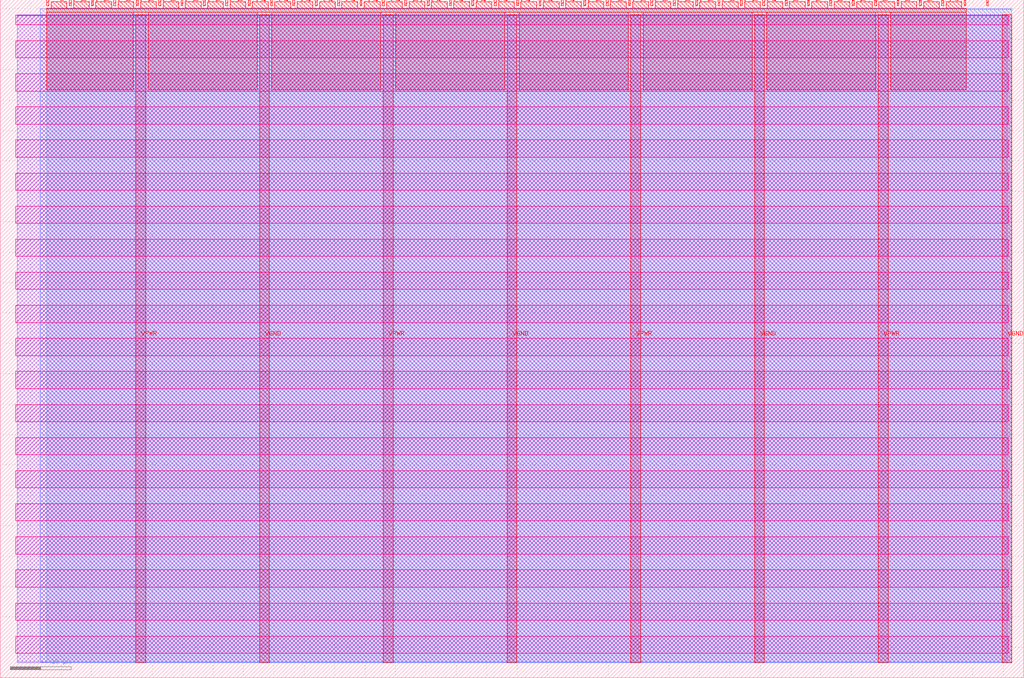
<source format=lef>
VERSION 5.7 ;
  NOWIREEXTENSIONATPIN ON ;
  DIVIDERCHAR "/" ;
  BUSBITCHARS "[]" ;
MACRO tt_um_divider_urielcho
  CLASS BLOCK ;
  FOREIGN tt_um_divider_urielcho ;
  ORIGIN 0.000 0.000 ;
  SIZE 168.360 BY 111.520 ;
  PIN VGND
    DIRECTION INOUT ;
    USE GROUND ;
    PORT
      LAYER met4 ;
        RECT 42.670 2.480 44.270 109.040 ;
    END
    PORT
      LAYER met4 ;
        RECT 83.380 2.480 84.980 109.040 ;
    END
    PORT
      LAYER met4 ;
        RECT 124.090 2.480 125.690 109.040 ;
    END
    PORT
      LAYER met4 ;
        RECT 164.800 2.480 166.400 109.040 ;
    END
  END VGND
  PIN VPWR
    DIRECTION INOUT ;
    USE POWER ;
    PORT
      LAYER met4 ;
        RECT 22.315 2.480 23.915 109.040 ;
    END
    PORT
      LAYER met4 ;
        RECT 63.025 2.480 64.625 109.040 ;
    END
    PORT
      LAYER met4 ;
        RECT 103.735 2.480 105.335 109.040 ;
    END
    PORT
      LAYER met4 ;
        RECT 144.445 2.480 146.045 109.040 ;
    END
  END VPWR
  PIN clk
    DIRECTION INPUT ;
    USE SIGNAL ;
    ANTENNAGATEAREA 0.852000 ;
    PORT
      LAYER met4 ;
        RECT 158.550 110.520 158.850 111.520 ;
    END
  END clk
  PIN ena
    DIRECTION INPUT ;
    USE SIGNAL ;
    PORT
      LAYER met4 ;
        RECT 162.230 110.520 162.530 111.520 ;
    END
  END ena
  PIN rst_n
    DIRECTION INPUT ;
    USE SIGNAL ;
    PORT
      LAYER met4 ;
        RECT 154.870 110.520 155.170 111.520 ;
    END
  END rst_n
  PIN ui_in[0]
    DIRECTION INPUT ;
    USE SIGNAL ;
    PORT
      LAYER met4 ;
        RECT 151.190 110.520 151.490 111.520 ;
    END
  END ui_in[0]
  PIN ui_in[1]
    DIRECTION INPUT ;
    USE SIGNAL ;
    PORT
      LAYER met4 ;
        RECT 147.510 110.520 147.810 111.520 ;
    END
  END ui_in[1]
  PIN ui_in[2]
    DIRECTION INPUT ;
    USE SIGNAL ;
    PORT
      LAYER met4 ;
        RECT 143.830 110.520 144.130 111.520 ;
    END
  END ui_in[2]
  PIN ui_in[3]
    DIRECTION INPUT ;
    USE SIGNAL ;
    PORT
      LAYER met4 ;
        RECT 140.150 110.520 140.450 111.520 ;
    END
  END ui_in[3]
  PIN ui_in[4]
    DIRECTION INPUT ;
    USE SIGNAL ;
    PORT
      LAYER met4 ;
        RECT 136.470 110.520 136.770 111.520 ;
    END
  END ui_in[4]
  PIN ui_in[5]
    DIRECTION INPUT ;
    USE SIGNAL ;
    PORT
      LAYER met4 ;
        RECT 132.790 110.520 133.090 111.520 ;
    END
  END ui_in[5]
  PIN ui_in[6]
    DIRECTION INPUT ;
    USE SIGNAL ;
    PORT
      LAYER met4 ;
        RECT 129.110 110.520 129.410 111.520 ;
    END
  END ui_in[6]
  PIN ui_in[7]
    DIRECTION INPUT ;
    USE SIGNAL ;
    PORT
      LAYER met4 ;
        RECT 125.430 110.520 125.730 111.520 ;
    END
  END ui_in[7]
  PIN uio_in[0]
    DIRECTION INPUT ;
    USE SIGNAL ;
    PORT
      LAYER met4 ;
        RECT 121.750 110.520 122.050 111.520 ;
    END
  END uio_in[0]
  PIN uio_in[1]
    DIRECTION INPUT ;
    USE SIGNAL ;
    PORT
      LAYER met4 ;
        RECT 118.070 110.520 118.370 111.520 ;
    END
  END uio_in[1]
  PIN uio_in[2]
    DIRECTION INPUT ;
    USE SIGNAL ;
    PORT
      LAYER met4 ;
        RECT 114.390 110.520 114.690 111.520 ;
    END
  END uio_in[2]
  PIN uio_in[3]
    DIRECTION INPUT ;
    USE SIGNAL ;
    PORT
      LAYER met4 ;
        RECT 110.710 110.520 111.010 111.520 ;
    END
  END uio_in[3]
  PIN uio_in[4]
    DIRECTION INPUT ;
    USE SIGNAL ;
    PORT
      LAYER met4 ;
        RECT 107.030 110.520 107.330 111.520 ;
    END
  END uio_in[4]
  PIN uio_in[5]
    DIRECTION INPUT ;
    USE SIGNAL ;
    PORT
      LAYER met4 ;
        RECT 103.350 110.520 103.650 111.520 ;
    END
  END uio_in[5]
  PIN uio_in[6]
    DIRECTION INPUT ;
    USE SIGNAL ;
    PORT
      LAYER met4 ;
        RECT 99.670 110.520 99.970 111.520 ;
    END
  END uio_in[6]
  PIN uio_in[7]
    DIRECTION INPUT ;
    USE SIGNAL ;
    PORT
      LAYER met4 ;
        RECT 95.990 110.520 96.290 111.520 ;
    END
  END uio_in[7]
  PIN uio_oe[0]
    DIRECTION OUTPUT TRISTATE ;
    USE SIGNAL ;
    PORT
      LAYER met4 ;
        RECT 33.430 110.520 33.730 111.520 ;
    END
  END uio_oe[0]
  PIN uio_oe[1]
    DIRECTION OUTPUT TRISTATE ;
    USE SIGNAL ;
    PORT
      LAYER met4 ;
        RECT 29.750 110.520 30.050 111.520 ;
    END
  END uio_oe[1]
  PIN uio_oe[2]
    DIRECTION OUTPUT TRISTATE ;
    USE SIGNAL ;
    PORT
      LAYER met4 ;
        RECT 26.070 110.520 26.370 111.520 ;
    END
  END uio_oe[2]
  PIN uio_oe[3]
    DIRECTION OUTPUT TRISTATE ;
    USE SIGNAL ;
    PORT
      LAYER met4 ;
        RECT 22.390 110.520 22.690 111.520 ;
    END
  END uio_oe[3]
  PIN uio_oe[4]
    DIRECTION OUTPUT TRISTATE ;
    USE SIGNAL ;
    PORT
      LAYER met4 ;
        RECT 18.710 110.520 19.010 111.520 ;
    END
  END uio_oe[4]
  PIN uio_oe[5]
    DIRECTION OUTPUT TRISTATE ;
    USE SIGNAL ;
    PORT
      LAYER met4 ;
        RECT 15.030 110.520 15.330 111.520 ;
    END
  END uio_oe[5]
  PIN uio_oe[6]
    DIRECTION OUTPUT TRISTATE ;
    USE SIGNAL ;
    PORT
      LAYER met4 ;
        RECT 11.350 110.520 11.650 111.520 ;
    END
  END uio_oe[6]
  PIN uio_oe[7]
    DIRECTION OUTPUT TRISTATE ;
    USE SIGNAL ;
    PORT
      LAYER met4 ;
        RECT 7.670 110.520 7.970 111.520 ;
    END
  END uio_oe[7]
  PIN uio_out[0]
    DIRECTION OUTPUT TRISTATE ;
    USE SIGNAL ;
    PORT
      LAYER met4 ;
        RECT 62.870 110.520 63.170 111.520 ;
    END
  END uio_out[0]
  PIN uio_out[1]
    DIRECTION OUTPUT TRISTATE ;
    USE SIGNAL ;
    PORT
      LAYER met4 ;
        RECT 59.190 110.520 59.490 111.520 ;
    END
  END uio_out[1]
  PIN uio_out[2]
    DIRECTION OUTPUT TRISTATE ;
    USE SIGNAL ;
    PORT
      LAYER met4 ;
        RECT 55.510 110.520 55.810 111.520 ;
    END
  END uio_out[2]
  PIN uio_out[3]
    DIRECTION OUTPUT TRISTATE ;
    USE SIGNAL ;
    PORT
      LAYER met4 ;
        RECT 51.830 110.520 52.130 111.520 ;
    END
  END uio_out[3]
  PIN uio_out[4]
    DIRECTION OUTPUT TRISTATE ;
    USE SIGNAL ;
    PORT
      LAYER met4 ;
        RECT 48.150 110.520 48.450 111.520 ;
    END
  END uio_out[4]
  PIN uio_out[5]
    DIRECTION OUTPUT TRISTATE ;
    USE SIGNAL ;
    PORT
      LAYER met4 ;
        RECT 44.470 110.520 44.770 111.520 ;
    END
  END uio_out[5]
  PIN uio_out[6]
    DIRECTION OUTPUT TRISTATE ;
    USE SIGNAL ;
    PORT
      LAYER met4 ;
        RECT 40.790 110.520 41.090 111.520 ;
    END
  END uio_out[6]
  PIN uio_out[7]
    DIRECTION OUTPUT TRISTATE ;
    USE SIGNAL ;
    PORT
      LAYER met4 ;
        RECT 37.110 110.520 37.410 111.520 ;
    END
  END uio_out[7]
  PIN uo_out[0]
    DIRECTION OUTPUT TRISTATE ;
    USE SIGNAL ;
    ANTENNADIFFAREA 0.445500 ;
    PORT
      LAYER met4 ;
        RECT 92.310 110.520 92.610 111.520 ;
    END
  END uo_out[0]
  PIN uo_out[1]
    DIRECTION OUTPUT TRISTATE ;
    USE SIGNAL ;
    ANTENNADIFFAREA 0.795200 ;
    PORT
      LAYER met4 ;
        RECT 88.630 110.520 88.930 111.520 ;
    END
  END uo_out[1]
  PIN uo_out[2]
    DIRECTION OUTPUT TRISTATE ;
    USE SIGNAL ;
    ANTENNADIFFAREA 0.445500 ;
    PORT
      LAYER met4 ;
        RECT 84.950 110.520 85.250 111.520 ;
    END
  END uo_out[2]
  PIN uo_out[3]
    DIRECTION OUTPUT TRISTATE ;
    USE SIGNAL ;
    ANTENNADIFFAREA 0.795200 ;
    PORT
      LAYER met4 ;
        RECT 81.270 110.520 81.570 111.520 ;
    END
  END uo_out[3]
  PIN uo_out[4]
    DIRECTION OUTPUT TRISTATE ;
    USE SIGNAL ;
    ANTENNADIFFAREA 0.445500 ;
    PORT
      LAYER met4 ;
        RECT 77.590 110.520 77.890 111.520 ;
    END
  END uo_out[4]
  PIN uo_out[5]
    DIRECTION OUTPUT TRISTATE ;
    USE SIGNAL ;
    ANTENNADIFFAREA 0.445500 ;
    PORT
      LAYER met4 ;
        RECT 73.910 110.520 74.210 111.520 ;
    END
  END uo_out[5]
  PIN uo_out[6]
    DIRECTION OUTPUT TRISTATE ;
    USE SIGNAL ;
    ANTENNADIFFAREA 0.445500 ;
    PORT
      LAYER met4 ;
        RECT 70.230 110.520 70.530 111.520 ;
    END
  END uo_out[6]
  PIN uo_out[7]
    DIRECTION OUTPUT TRISTATE ;
    USE SIGNAL ;
    ANTENNADIFFAREA 0.795200 ;
    PORT
      LAYER met4 ;
        RECT 66.550 110.520 66.850 111.520 ;
    END
  END uo_out[7]
  OBS
      LAYER nwell ;
        RECT 2.570 107.385 165.790 108.990 ;
        RECT 2.570 101.945 165.790 104.775 ;
        RECT 2.570 96.505 165.790 99.335 ;
        RECT 2.570 91.065 165.790 93.895 ;
        RECT 2.570 85.625 165.790 88.455 ;
        RECT 2.570 80.185 165.790 83.015 ;
        RECT 2.570 74.745 165.790 77.575 ;
        RECT 2.570 69.305 165.790 72.135 ;
        RECT 2.570 63.865 165.790 66.695 ;
        RECT 2.570 58.425 165.790 61.255 ;
        RECT 2.570 52.985 165.790 55.815 ;
        RECT 2.570 47.545 165.790 50.375 ;
        RECT 2.570 42.105 165.790 44.935 ;
        RECT 2.570 36.665 165.790 39.495 ;
        RECT 2.570 31.225 165.790 34.055 ;
        RECT 2.570 25.785 165.790 28.615 ;
        RECT 2.570 20.345 165.790 23.175 ;
        RECT 2.570 14.905 165.790 17.735 ;
        RECT 2.570 9.465 165.790 12.295 ;
        RECT 2.570 4.025 165.790 6.855 ;
      LAYER li1 ;
        RECT 2.760 2.635 165.600 108.885 ;
      LAYER met1 ;
        RECT 2.760 2.480 166.400 109.040 ;
      LAYER met2 ;
        RECT 6.540 2.535 166.370 110.005 ;
      LAYER met3 ;
        RECT 7.630 2.555 166.390 109.985 ;
      LAYER met4 ;
        RECT 8.370 110.120 10.950 111.170 ;
        RECT 12.050 110.120 14.630 111.170 ;
        RECT 15.730 110.120 18.310 111.170 ;
        RECT 19.410 110.120 21.990 111.170 ;
        RECT 23.090 110.120 25.670 111.170 ;
        RECT 26.770 110.120 29.350 111.170 ;
        RECT 30.450 110.120 33.030 111.170 ;
        RECT 34.130 110.120 36.710 111.170 ;
        RECT 37.810 110.120 40.390 111.170 ;
        RECT 41.490 110.120 44.070 111.170 ;
        RECT 45.170 110.120 47.750 111.170 ;
        RECT 48.850 110.120 51.430 111.170 ;
        RECT 52.530 110.120 55.110 111.170 ;
        RECT 56.210 110.120 58.790 111.170 ;
        RECT 59.890 110.120 62.470 111.170 ;
        RECT 63.570 110.120 66.150 111.170 ;
        RECT 67.250 110.120 69.830 111.170 ;
        RECT 70.930 110.120 73.510 111.170 ;
        RECT 74.610 110.120 77.190 111.170 ;
        RECT 78.290 110.120 80.870 111.170 ;
        RECT 81.970 110.120 84.550 111.170 ;
        RECT 85.650 110.120 88.230 111.170 ;
        RECT 89.330 110.120 91.910 111.170 ;
        RECT 93.010 110.120 95.590 111.170 ;
        RECT 96.690 110.120 99.270 111.170 ;
        RECT 100.370 110.120 102.950 111.170 ;
        RECT 104.050 110.120 106.630 111.170 ;
        RECT 107.730 110.120 110.310 111.170 ;
        RECT 111.410 110.120 113.990 111.170 ;
        RECT 115.090 110.120 117.670 111.170 ;
        RECT 118.770 110.120 121.350 111.170 ;
        RECT 122.450 110.120 125.030 111.170 ;
        RECT 126.130 110.120 128.710 111.170 ;
        RECT 129.810 110.120 132.390 111.170 ;
        RECT 133.490 110.120 136.070 111.170 ;
        RECT 137.170 110.120 139.750 111.170 ;
        RECT 140.850 110.120 143.430 111.170 ;
        RECT 144.530 110.120 147.110 111.170 ;
        RECT 148.210 110.120 150.790 111.170 ;
        RECT 151.890 110.120 154.470 111.170 ;
        RECT 155.570 110.120 158.150 111.170 ;
        RECT 7.655 109.440 158.865 110.120 ;
        RECT 7.655 96.735 21.915 109.440 ;
        RECT 24.315 96.735 42.270 109.440 ;
        RECT 44.670 96.735 62.625 109.440 ;
        RECT 65.025 96.735 82.980 109.440 ;
        RECT 85.380 96.735 103.335 109.440 ;
        RECT 105.735 96.735 123.690 109.440 ;
        RECT 126.090 96.735 144.045 109.440 ;
        RECT 146.445 96.735 158.865 109.440 ;
  END
END tt_um_divider_urielcho
END LIBRARY


</source>
